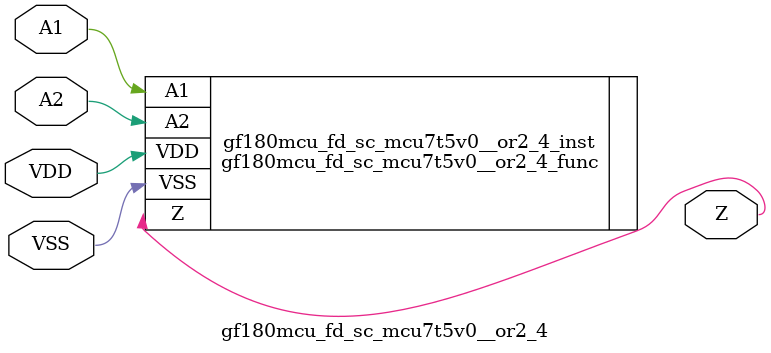
<source format=v>

module gf180mcu_fd_sc_mcu7t5v0__or2_4( A2, A1, Z, VDD, VSS );
input A1, A2;
inout VDD, VSS;
output Z;

   `ifdef FUNCTIONAL  //  functional //

	gf180mcu_fd_sc_mcu7t5v0__or2_4_func gf180mcu_fd_sc_mcu7t5v0__or2_4_behav_inst(.A2(A2),.A1(A1),.Z(Z),.VDD(VDD),.VSS(VSS));

   `else

	gf180mcu_fd_sc_mcu7t5v0__or2_4_func gf180mcu_fd_sc_mcu7t5v0__or2_4_inst(.A2(A2),.A1(A1),.Z(Z),.VDD(VDD),.VSS(VSS));

	// spec_gates_begin


	// spec_gates_end



   specify

	// specify_block_begin

	// comb arc A1 --> Z
	 (A1 => Z) = (1.0,1.0);

	// comb arc A2 --> Z
	 (A2 => Z) = (1.0,1.0);

	// specify_block_end

   endspecify

   `endif

endmodule

</source>
